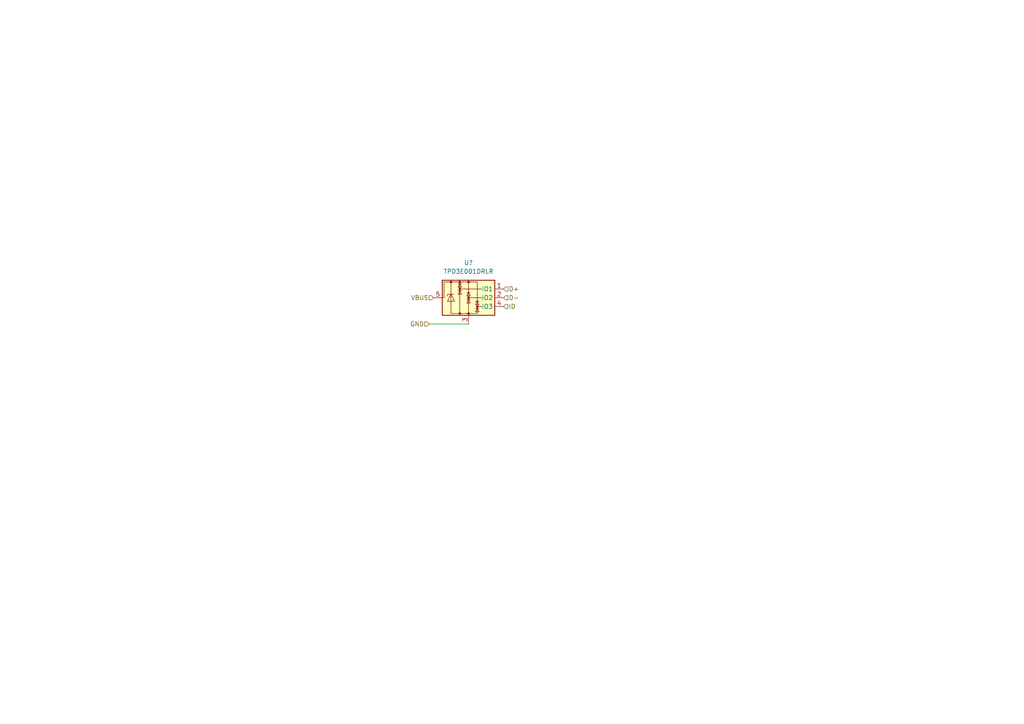
<source format=kicad_sch>
(kicad_sch (version 20211123) (generator eeschema)
  (paper "A4")
  (lib_symbols
    (symbol "Power_Protection:TPD3E001DRLR"
      (property "Reference" "U" (at -5.08 6.35 0))
      (property "Value" "TPD3E001DRLR" (at 8.89 -7.62 0))
      (symbol "TPD3E001DRLR_0_1"
        (rectangle (start -7.62 5.08) (end 7.62 -5.08) (stroke (width 0.254)) (fill (type background)))
        (circle (center -5.08 4.572) (radius 0.254) (fill (type outline)))
        (circle (center -2.54 -4.572) (radius 0.254) (fill (type outline)))
        (circle (center -2.54 2.54) (radius 0.254) (fill (type outline)))
        (circle (center -2.54 4.572) (radius 0.254) (fill (type outline)))
        (circle (center 0 -4.572) (radius 0.254) (fill (type outline)))
        (polyline (pts (xy -2.54 2.54) (xy 3.81 2.54)))
        (polyline (pts (xy -2.54 4.572) (xy -2.54 -4.572)))
        (polyline (pts (xy -2.032 2.032) (xy -3.048 2.032)))
        (polyline (pts (xy -2.032 4.064) (xy -3.048 4.064)))
        (polyline (pts (xy 0 -5.08) (xy 0 4.572)))
        (polyline (pts (xy 0 0) (xy 3.81 0)))
        (polyline (pts (xy 0.508 -0.508) (xy -0.508 -0.508)))
        (polyline (pts (xy 0.508 1.524) (xy -0.508 1.524)))
        (polyline (pts (xy 2.54 -2.54) (xy 3.81 -2.54)))
        (polyline (pts (xy 3.048 -3.048) (xy 2.032 -3.048)))
        (polyline (pts (xy 3.048 -1.016) (xy 2.032 -1.016)))
        (polyline (pts (xy -4.318 1.016) (xy -6.096 1.016) (xy -6.096 0.508)))
        (polyline (pts (xy -7.62 0) (xy -7.112 0) (xy -7.112 4.572) (xy -5.08 4.572)))
        (polyline (pts (xy -5.08 1.016) (xy -6.096 -1.016) (xy -4.064 -1.016) (xy -5.08 1.016)))
        (polyline (pts (xy -2.54 2.032) (xy -3.048 1.016) (xy -2.032 1.016) (xy -2.54 2.032)))
        (polyline (pts (xy -2.54 4.064) (xy -3.048 3.048) (xy -2.032 3.048) (xy -2.54 4.064)))
        (polyline (pts (xy 0 -0.508) (xy -0.508 -1.524) (xy 0.508 -1.524) (xy 0 -0.508)))
        (polyline (pts (xy 0 1.524) (xy -0.508 0.508) (xy 0.508 0.508) (xy 0 1.524)))
        (polyline (pts (xy 2.54 -3.048) (xy 2.032 -4.064) (xy 3.048 -4.064) (xy 2.54 -3.048)))
        (polyline (pts (xy 2.54 -1.016) (xy 2.032 -2.032) (xy 3.048 -2.032) (xy 2.54 -1.016)))
        (circle (center 0 0) (radius 0.254) (fill (type outline)))
        (circle (center 0 4.572) (radius 0.254) (fill (type outline)))
        (rectangle (start 2.54 -4.572) (end -5.08 4.572))
        (circle (center 2.54 -2.54) (radius 0.254) (fill (type outline)))
      )
      (symbol "TPD3E001DRLR_1_1"
        (pin passive line (at 10.16 2.54 180) (length 2.54) (name "IO1") (number "1"))
        (pin passive line (at 10.16 0 180) (length 2.54) (name "IO2") (number "2"))
        (pin passive line (at 0 -7.62 90) (length 2.54) (name "~") (number "3"))
        (pin passive line (at 10.16 -2.54 180) (length 2.54) (name "IO3") (number "4"))
        (pin passive line (at -10.16 0 0) (length 2.54) (name "~") (number "5"))
      )
    )
  )
  (wire (pts (xy 124.46 93.98) (xy 135.89 93.98)))
  (hierarchical_label "ID" (shape input) (at 146.05 88.9 0))
  (hierarchical_label "D-" (shape input) (at 146.05 86.36 0))
  (hierarchical_label "D+" (shape input) (at 146.05 83.82 0))
  (hierarchical_label "VBUS" (shape input) (at 125.73 86.36 180))
  (hierarchical_label "GND" (shape input) (at 124.46 93.98 180))
  (symbol (lib_id "Power_Protection:TPD3E001DRLR") (at 135.89 86.36 0) (unit 1)
    (property "Reference" "U?" (at 135.89 76.2 0))
    (property "Value" "TPD3E001DRLR" (at 135.89 78.74 0))
    (property "Footprint" "Package_TO_SOT_SMD:SOT-553" (effects hide))
    (property "Datasheet" "http://www.ti.com/lit/ds/symlink/tpd3e001.pdf" (effects hide))
  )
)
</source>
